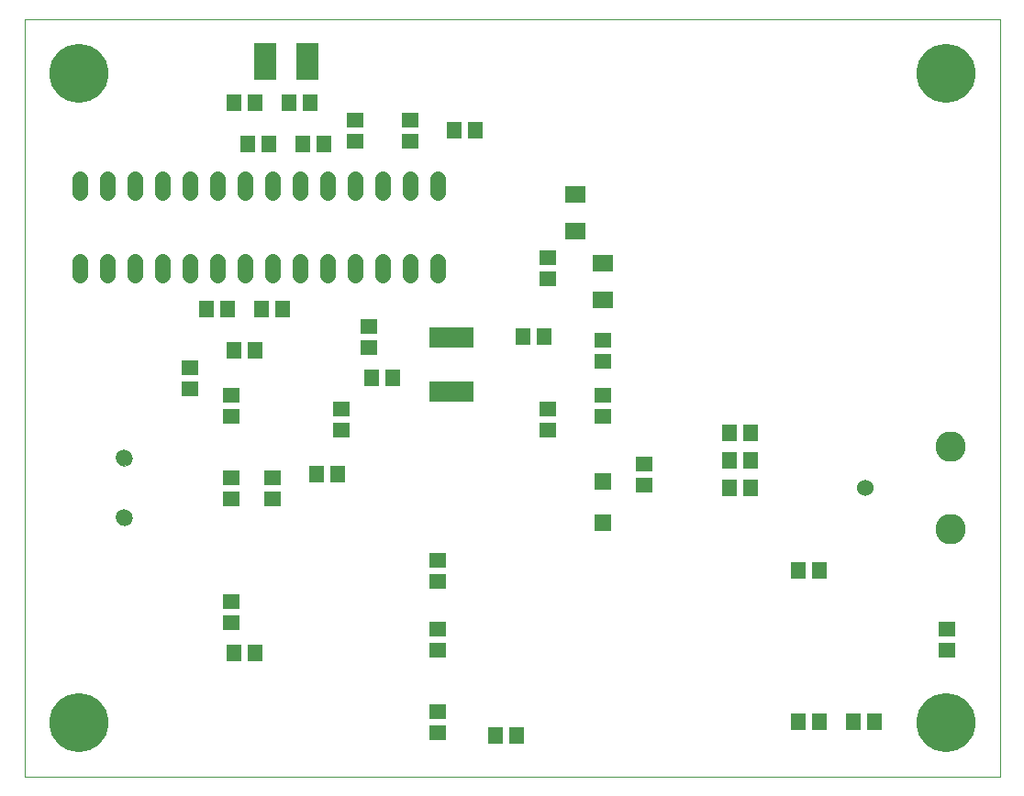
<source format=gbs>
G75*
%MOIN*%
%OFA0B0*%
%FSLAX25Y25*%
%IPPOS*%
%LPD*%
%AMOC8*
5,1,8,0,0,1.08239X$1,22.5*
%
%ADD10C,0.00000*%
%ADD11C,0.05600*%
%ADD12R,0.06306X0.05518*%
%ADD13R,0.05518X0.06306*%
%ADD14R,0.16148X0.07487*%
%ADD15R,0.07880X0.13786*%
%ADD16C,0.11030*%
%ADD17C,0.06022*%
%ADD18C,0.05912*%
%ADD19C,0.21400*%
%ADD20R,0.07487X0.05912*%
%ADD21R,0.05912X0.05912*%
D10*
X0055902Y0001800D02*
X0055902Y0277391D01*
X0410233Y0277391D01*
X0410233Y0001800D01*
X0055902Y0001800D01*
X0089370Y0096149D02*
X0089372Y0096254D01*
X0089378Y0096359D01*
X0089388Y0096463D01*
X0089402Y0096567D01*
X0089420Y0096671D01*
X0089442Y0096773D01*
X0089467Y0096875D01*
X0089497Y0096976D01*
X0089530Y0097075D01*
X0089567Y0097173D01*
X0089608Y0097270D01*
X0089653Y0097365D01*
X0089701Y0097458D01*
X0089752Y0097550D01*
X0089808Y0097639D01*
X0089866Y0097726D01*
X0089928Y0097811D01*
X0089992Y0097894D01*
X0090060Y0097974D01*
X0090131Y0098051D01*
X0090205Y0098125D01*
X0090282Y0098197D01*
X0090361Y0098266D01*
X0090443Y0098331D01*
X0090527Y0098394D01*
X0090614Y0098453D01*
X0090703Y0098509D01*
X0090794Y0098562D01*
X0090887Y0098611D01*
X0090981Y0098656D01*
X0091077Y0098698D01*
X0091175Y0098736D01*
X0091274Y0098770D01*
X0091375Y0098801D01*
X0091476Y0098827D01*
X0091579Y0098850D01*
X0091682Y0098869D01*
X0091786Y0098884D01*
X0091890Y0098895D01*
X0091995Y0098902D01*
X0092100Y0098905D01*
X0092205Y0098904D01*
X0092310Y0098899D01*
X0092414Y0098890D01*
X0092518Y0098877D01*
X0092622Y0098860D01*
X0092725Y0098839D01*
X0092827Y0098814D01*
X0092928Y0098786D01*
X0093027Y0098753D01*
X0093126Y0098717D01*
X0093223Y0098677D01*
X0093318Y0098634D01*
X0093412Y0098586D01*
X0093504Y0098536D01*
X0093594Y0098482D01*
X0093682Y0098424D01*
X0093767Y0098363D01*
X0093850Y0098299D01*
X0093931Y0098232D01*
X0094009Y0098162D01*
X0094084Y0098088D01*
X0094156Y0098013D01*
X0094226Y0097934D01*
X0094292Y0097853D01*
X0094356Y0097769D01*
X0094416Y0097683D01*
X0094472Y0097595D01*
X0094526Y0097504D01*
X0094576Y0097412D01*
X0094622Y0097318D01*
X0094665Y0097222D01*
X0094704Y0097124D01*
X0094739Y0097026D01*
X0094770Y0096925D01*
X0094798Y0096824D01*
X0094822Y0096722D01*
X0094842Y0096619D01*
X0094858Y0096515D01*
X0094870Y0096411D01*
X0094878Y0096306D01*
X0094882Y0096201D01*
X0094882Y0096097D01*
X0094878Y0095992D01*
X0094870Y0095887D01*
X0094858Y0095783D01*
X0094842Y0095679D01*
X0094822Y0095576D01*
X0094798Y0095474D01*
X0094770Y0095373D01*
X0094739Y0095272D01*
X0094704Y0095174D01*
X0094665Y0095076D01*
X0094622Y0094980D01*
X0094576Y0094886D01*
X0094526Y0094794D01*
X0094472Y0094703D01*
X0094416Y0094615D01*
X0094356Y0094529D01*
X0094292Y0094445D01*
X0094226Y0094364D01*
X0094156Y0094285D01*
X0094084Y0094210D01*
X0094009Y0094136D01*
X0093931Y0094066D01*
X0093850Y0093999D01*
X0093767Y0093935D01*
X0093682Y0093874D01*
X0093594Y0093816D01*
X0093504Y0093762D01*
X0093412Y0093712D01*
X0093318Y0093664D01*
X0093223Y0093621D01*
X0093126Y0093581D01*
X0093027Y0093545D01*
X0092928Y0093512D01*
X0092827Y0093484D01*
X0092725Y0093459D01*
X0092622Y0093438D01*
X0092518Y0093421D01*
X0092414Y0093408D01*
X0092310Y0093399D01*
X0092205Y0093394D01*
X0092100Y0093393D01*
X0091995Y0093396D01*
X0091890Y0093403D01*
X0091786Y0093414D01*
X0091682Y0093429D01*
X0091579Y0093448D01*
X0091476Y0093471D01*
X0091375Y0093497D01*
X0091274Y0093528D01*
X0091175Y0093562D01*
X0091077Y0093600D01*
X0090981Y0093642D01*
X0090887Y0093687D01*
X0090794Y0093736D01*
X0090703Y0093789D01*
X0090614Y0093845D01*
X0090527Y0093904D01*
X0090443Y0093967D01*
X0090361Y0094032D01*
X0090282Y0094101D01*
X0090205Y0094173D01*
X0090131Y0094247D01*
X0090060Y0094324D01*
X0089992Y0094404D01*
X0089928Y0094487D01*
X0089866Y0094572D01*
X0089808Y0094659D01*
X0089752Y0094748D01*
X0089701Y0094840D01*
X0089653Y0094933D01*
X0089608Y0095028D01*
X0089567Y0095125D01*
X0089530Y0095223D01*
X0089497Y0095322D01*
X0089467Y0095423D01*
X0089442Y0095525D01*
X0089420Y0095627D01*
X0089402Y0095731D01*
X0089388Y0095835D01*
X0089378Y0095939D01*
X0089372Y0096044D01*
X0089370Y0096149D01*
X0089370Y0117802D02*
X0089372Y0117907D01*
X0089378Y0118012D01*
X0089388Y0118116D01*
X0089402Y0118220D01*
X0089420Y0118324D01*
X0089442Y0118426D01*
X0089467Y0118528D01*
X0089497Y0118629D01*
X0089530Y0118728D01*
X0089567Y0118826D01*
X0089608Y0118923D01*
X0089653Y0119018D01*
X0089701Y0119111D01*
X0089752Y0119203D01*
X0089808Y0119292D01*
X0089866Y0119379D01*
X0089928Y0119464D01*
X0089992Y0119547D01*
X0090060Y0119627D01*
X0090131Y0119704D01*
X0090205Y0119778D01*
X0090282Y0119850D01*
X0090361Y0119919D01*
X0090443Y0119984D01*
X0090527Y0120047D01*
X0090614Y0120106D01*
X0090703Y0120162D01*
X0090794Y0120215D01*
X0090887Y0120264D01*
X0090981Y0120309D01*
X0091077Y0120351D01*
X0091175Y0120389D01*
X0091274Y0120423D01*
X0091375Y0120454D01*
X0091476Y0120480D01*
X0091579Y0120503D01*
X0091682Y0120522D01*
X0091786Y0120537D01*
X0091890Y0120548D01*
X0091995Y0120555D01*
X0092100Y0120558D01*
X0092205Y0120557D01*
X0092310Y0120552D01*
X0092414Y0120543D01*
X0092518Y0120530D01*
X0092622Y0120513D01*
X0092725Y0120492D01*
X0092827Y0120467D01*
X0092928Y0120439D01*
X0093027Y0120406D01*
X0093126Y0120370D01*
X0093223Y0120330D01*
X0093318Y0120287D01*
X0093412Y0120239D01*
X0093504Y0120189D01*
X0093594Y0120135D01*
X0093682Y0120077D01*
X0093767Y0120016D01*
X0093850Y0119952D01*
X0093931Y0119885D01*
X0094009Y0119815D01*
X0094084Y0119741D01*
X0094156Y0119666D01*
X0094226Y0119587D01*
X0094292Y0119506D01*
X0094356Y0119422D01*
X0094416Y0119336D01*
X0094472Y0119248D01*
X0094526Y0119157D01*
X0094576Y0119065D01*
X0094622Y0118971D01*
X0094665Y0118875D01*
X0094704Y0118777D01*
X0094739Y0118679D01*
X0094770Y0118578D01*
X0094798Y0118477D01*
X0094822Y0118375D01*
X0094842Y0118272D01*
X0094858Y0118168D01*
X0094870Y0118064D01*
X0094878Y0117959D01*
X0094882Y0117854D01*
X0094882Y0117750D01*
X0094878Y0117645D01*
X0094870Y0117540D01*
X0094858Y0117436D01*
X0094842Y0117332D01*
X0094822Y0117229D01*
X0094798Y0117127D01*
X0094770Y0117026D01*
X0094739Y0116925D01*
X0094704Y0116827D01*
X0094665Y0116729D01*
X0094622Y0116633D01*
X0094576Y0116539D01*
X0094526Y0116447D01*
X0094472Y0116356D01*
X0094416Y0116268D01*
X0094356Y0116182D01*
X0094292Y0116098D01*
X0094226Y0116017D01*
X0094156Y0115938D01*
X0094084Y0115863D01*
X0094009Y0115789D01*
X0093931Y0115719D01*
X0093850Y0115652D01*
X0093767Y0115588D01*
X0093682Y0115527D01*
X0093594Y0115469D01*
X0093504Y0115415D01*
X0093412Y0115365D01*
X0093318Y0115317D01*
X0093223Y0115274D01*
X0093126Y0115234D01*
X0093027Y0115198D01*
X0092928Y0115165D01*
X0092827Y0115137D01*
X0092725Y0115112D01*
X0092622Y0115091D01*
X0092518Y0115074D01*
X0092414Y0115061D01*
X0092310Y0115052D01*
X0092205Y0115047D01*
X0092100Y0115046D01*
X0091995Y0115049D01*
X0091890Y0115056D01*
X0091786Y0115067D01*
X0091682Y0115082D01*
X0091579Y0115101D01*
X0091476Y0115124D01*
X0091375Y0115150D01*
X0091274Y0115181D01*
X0091175Y0115215D01*
X0091077Y0115253D01*
X0090981Y0115295D01*
X0090887Y0115340D01*
X0090794Y0115389D01*
X0090703Y0115442D01*
X0090614Y0115498D01*
X0090527Y0115557D01*
X0090443Y0115620D01*
X0090361Y0115685D01*
X0090282Y0115754D01*
X0090205Y0115826D01*
X0090131Y0115900D01*
X0090060Y0115977D01*
X0089992Y0116057D01*
X0089928Y0116140D01*
X0089866Y0116225D01*
X0089808Y0116312D01*
X0089752Y0116401D01*
X0089701Y0116493D01*
X0089653Y0116586D01*
X0089608Y0116681D01*
X0089567Y0116778D01*
X0089530Y0116876D01*
X0089497Y0116975D01*
X0089467Y0117076D01*
X0089442Y0117178D01*
X0089420Y0117280D01*
X0089402Y0117384D01*
X0089388Y0117488D01*
X0089378Y0117592D01*
X0089372Y0117697D01*
X0089370Y0117802D01*
D11*
X0085902Y0184200D02*
X0085902Y0189400D01*
X0075902Y0189400D02*
X0075902Y0184200D01*
X0095902Y0184200D02*
X0095902Y0189400D01*
X0105902Y0189400D02*
X0105902Y0184200D01*
X0115902Y0184200D02*
X0115902Y0189400D01*
X0125902Y0189400D02*
X0125902Y0184200D01*
X0135902Y0184200D02*
X0135902Y0189400D01*
X0145902Y0189400D02*
X0145902Y0184200D01*
X0155902Y0184200D02*
X0155902Y0189400D01*
X0165902Y0189400D02*
X0165902Y0184200D01*
X0175902Y0184200D02*
X0175902Y0189400D01*
X0185902Y0189400D02*
X0185902Y0184200D01*
X0195902Y0184200D02*
X0195902Y0189400D01*
X0205902Y0189400D02*
X0205902Y0184200D01*
X0205902Y0214200D02*
X0205902Y0219400D01*
X0195902Y0219400D02*
X0195902Y0214200D01*
X0185902Y0214200D02*
X0185902Y0219400D01*
X0175902Y0219400D02*
X0175902Y0214200D01*
X0165902Y0214200D02*
X0165902Y0219400D01*
X0155902Y0219400D02*
X0155902Y0214200D01*
X0145902Y0214200D02*
X0145902Y0219400D01*
X0135902Y0219400D02*
X0135902Y0214200D01*
X0125902Y0214200D02*
X0125902Y0219400D01*
X0115902Y0219400D02*
X0115902Y0214200D01*
X0105902Y0214200D02*
X0105902Y0219400D01*
X0095902Y0219400D02*
X0095902Y0214200D01*
X0085902Y0214200D02*
X0085902Y0219400D01*
X0075902Y0219400D02*
X0075902Y0214200D01*
D12*
X0115902Y0150540D03*
X0115902Y0143060D03*
X0130902Y0140540D03*
X0130902Y0133060D03*
X0130902Y0110540D03*
X0130902Y0103060D03*
X0145902Y0103060D03*
X0145902Y0110540D03*
X0170902Y0128060D03*
X0170902Y0135540D03*
X0180902Y0158060D03*
X0180902Y0165540D03*
X0245902Y0183060D03*
X0245902Y0190540D03*
X0265902Y0160540D03*
X0265902Y0153060D03*
X0265902Y0140540D03*
X0265902Y0133060D03*
X0245902Y0135540D03*
X0245902Y0128060D03*
X0280902Y0115540D03*
X0280902Y0108060D03*
X0205902Y0080540D03*
X0205902Y0073060D03*
X0205902Y0055540D03*
X0205902Y0048060D03*
X0205902Y0025540D03*
X0205902Y0018060D03*
X0130902Y0058060D03*
X0130902Y0065540D03*
X0175902Y0233060D03*
X0175902Y0240540D03*
X0195902Y0240540D03*
X0195902Y0233060D03*
X0390902Y0055540D03*
X0390902Y0048060D03*
D13*
X0364642Y0021800D03*
X0357162Y0021800D03*
X0344642Y0021800D03*
X0337162Y0021800D03*
X0337162Y0076800D03*
X0344642Y0076800D03*
X0319642Y0106800D03*
X0312162Y0106800D03*
X0312162Y0116800D03*
X0319642Y0116800D03*
X0319642Y0126800D03*
X0312162Y0126800D03*
X0244642Y0161800D03*
X0237162Y0161800D03*
X0189642Y0146800D03*
X0182162Y0146800D03*
X0149642Y0171800D03*
X0142162Y0171800D03*
X0129642Y0171800D03*
X0122162Y0171800D03*
X0132162Y0156800D03*
X0139642Y0156800D03*
X0162162Y0111800D03*
X0169642Y0111800D03*
X0139642Y0046800D03*
X0132162Y0046800D03*
X0227162Y0016800D03*
X0234642Y0016800D03*
X0164642Y0231800D03*
X0157162Y0231800D03*
X0144642Y0231800D03*
X0137162Y0231800D03*
X0139642Y0246800D03*
X0132162Y0246800D03*
X0152162Y0246800D03*
X0159642Y0246800D03*
X0212162Y0236800D03*
X0219642Y0236800D03*
D14*
X0210902Y0161643D03*
X0210902Y0141957D03*
D15*
X0158579Y0261800D03*
X0143225Y0261800D03*
D16*
X0392223Y0121761D03*
X0392223Y0091839D03*
D17*
X0361515Y0106800D03*
D18*
X0092126Y0096149D03*
X0092126Y0117802D03*
D19*
X0075587Y0021485D03*
X0390548Y0021485D03*
X0390548Y0257706D03*
X0075587Y0257706D03*
D20*
X0255902Y0213493D03*
X0255902Y0200107D03*
X0265902Y0188493D03*
X0265902Y0175107D03*
D21*
X0265902Y0109280D03*
X0265902Y0094320D03*
M02*

</source>
